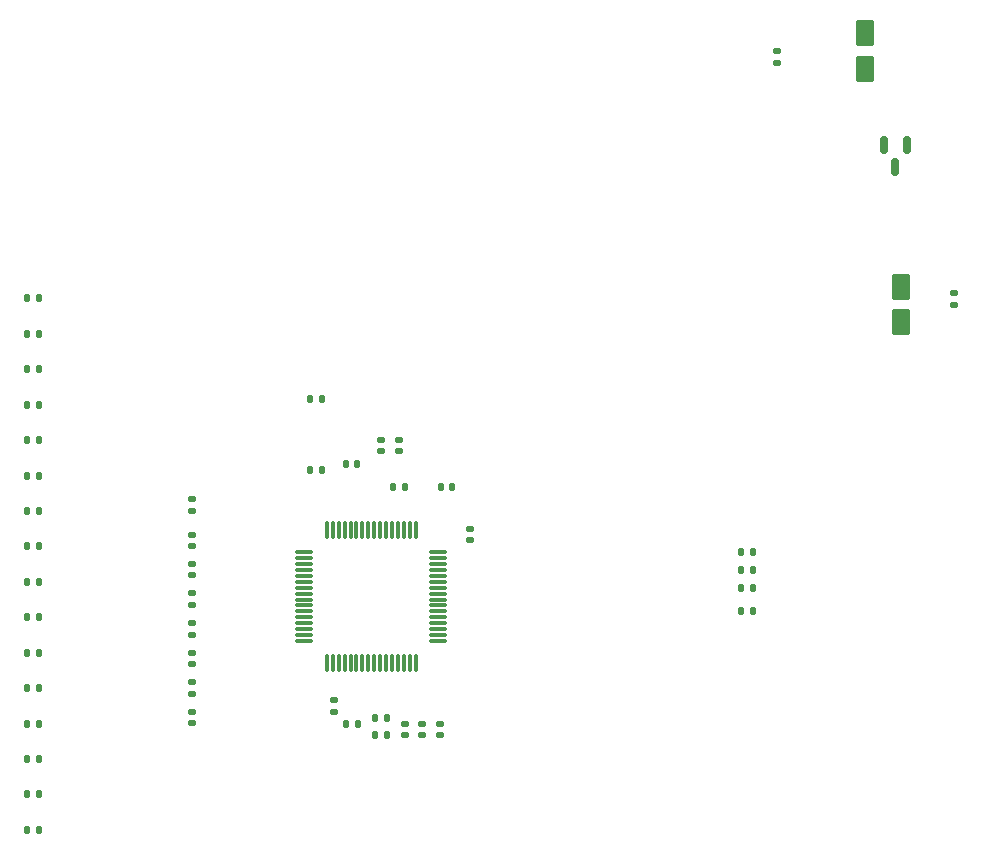
<source format=gbr>
%TF.GenerationSoftware,KiCad,Pcbnew,9.0.3*%
%TF.CreationDate,2025-11-05T19:32:31+02:00*%
%TF.ProjectId,PCB_Design,5043425f-4465-4736-9967-6e2e6b696361,rev?*%
%TF.SameCoordinates,Original*%
%TF.FileFunction,Paste,Top*%
%TF.FilePolarity,Positive*%
%FSLAX46Y46*%
G04 Gerber Fmt 4.6, Leading zero omitted, Abs format (unit mm)*
G04 Created by KiCad (PCBNEW 9.0.3) date 2025-11-05 19:32:31*
%MOMM*%
%LPD*%
G01*
G04 APERTURE LIST*
G04 Aperture macros list*
%AMRoundRect*
0 Rectangle with rounded corners*
0 $1 Rounding radius*
0 $2 $3 $4 $5 $6 $7 $8 $9 X,Y pos of 4 corners*
0 Add a 4 corners polygon primitive as box body*
4,1,4,$2,$3,$4,$5,$6,$7,$8,$9,$2,$3,0*
0 Add four circle primitives for the rounded corners*
1,1,$1+$1,$2,$3*
1,1,$1+$1,$4,$5*
1,1,$1+$1,$6,$7*
1,1,$1+$1,$8,$9*
0 Add four rect primitives between the rounded corners*
20,1,$1+$1,$2,$3,$4,$5,0*
20,1,$1+$1,$4,$5,$6,$7,0*
20,1,$1+$1,$6,$7,$8,$9,0*
20,1,$1+$1,$8,$9,$2,$3,0*%
G04 Aperture macros list end*
%ADD10RoundRect,0.135000X0.135000X0.185000X-0.135000X0.185000X-0.135000X-0.185000X0.135000X-0.185000X0*%
%ADD11RoundRect,0.140000X-0.140000X-0.170000X0.140000X-0.170000X0.140000X0.170000X-0.140000X0.170000X0*%
%ADD12RoundRect,0.135000X-0.135000X-0.185000X0.135000X-0.185000X0.135000X0.185000X-0.135000X0.185000X0*%
%ADD13RoundRect,0.140000X0.170000X-0.140000X0.170000X0.140000X-0.170000X0.140000X-0.170000X-0.140000X0*%
%ADD14RoundRect,0.140000X0.140000X0.170000X-0.140000X0.170000X-0.140000X-0.170000X0.140000X-0.170000X0*%
%ADD15RoundRect,0.140000X-0.170000X0.140000X-0.170000X-0.140000X0.170000X-0.140000X0.170000X0.140000X0*%
%ADD16RoundRect,0.150000X-0.150000X0.587500X-0.150000X-0.587500X0.150000X-0.587500X0.150000X0.587500X0*%
%ADD17RoundRect,0.135000X-0.185000X0.135000X-0.185000X-0.135000X0.185000X-0.135000X0.185000X0.135000X0*%
%ADD18RoundRect,0.250000X0.550000X-0.850000X0.550000X0.850000X-0.550000X0.850000X-0.550000X-0.850000X0*%
%ADD19RoundRect,0.075000X-0.662500X-0.075000X0.662500X-0.075000X0.662500X0.075000X-0.662500X0.075000X0*%
%ADD20RoundRect,0.075000X-0.075000X-0.662500X0.075000X-0.662500X0.075000X0.662500X-0.075000X0.662500X0*%
G04 APERTURE END LIST*
D10*
%TO.C,R5*%
X110510000Y-130500000D03*
X109490000Y-130500000D03*
%TD*%
D11*
%TO.C,C15*%
X112520000Y-130000000D03*
X113480000Y-130000000D03*
%TD*%
D12*
%TO.C,R14*%
X85500000Y-140000000D03*
X86520000Y-140000000D03*
%TD*%
D13*
%TO.C,C22*%
X99500000Y-133960000D03*
X99500000Y-133000000D03*
%TD*%
D12*
%TO.C,R22*%
X85490000Y-125000000D03*
X86510000Y-125000000D03*
%TD*%
D14*
%TO.C,C13*%
X115980000Y-153000000D03*
X115020000Y-153000000D03*
%TD*%
D13*
%TO.C,C10*%
X117500000Y-152960000D03*
X117500000Y-152000000D03*
%TD*%
D15*
%TO.C,C1*%
X99500000Y-151000000D03*
X99500000Y-151960000D03*
%TD*%
D16*
%TO.C,Q2*%
X160000000Y-103040000D03*
X158100000Y-103040000D03*
X159050000Y-104915000D03*
%TD*%
D12*
%TO.C,R12*%
X85490000Y-146000000D03*
X86510000Y-146000000D03*
%TD*%
D14*
%TO.C,C5*%
X113500000Y-152000000D03*
X112540000Y-152000000D03*
%TD*%
D12*
%TO.C,R3*%
X146000000Y-142500000D03*
X147020000Y-142500000D03*
%TD*%
D13*
%TO.C,C4*%
X99500000Y-146960000D03*
X99500000Y-146000000D03*
%TD*%
D17*
%TO.C,R7*%
X164000000Y-115520000D03*
X164000000Y-116540000D03*
%TD*%
D12*
%TO.C,R1*%
X145970000Y-137500000D03*
X146990000Y-137500000D03*
%TD*%
D13*
%TO.C,C20*%
X99500000Y-139440000D03*
X99500000Y-138480000D03*
%TD*%
%TO.C,C19*%
X99500000Y-141940000D03*
X99500000Y-140980000D03*
%TD*%
D14*
%TO.C,C16*%
X121500000Y-132000000D03*
X120540000Y-132000000D03*
%TD*%
D17*
%TO.C,R6*%
X149000000Y-95040000D03*
X149000000Y-96060000D03*
%TD*%
D12*
%TO.C,R13*%
X85490000Y-149000000D03*
X86510000Y-149000000D03*
%TD*%
%TO.C,R4*%
X145980000Y-139000000D03*
X147000000Y-139000000D03*
%TD*%
D18*
%TO.C,C17*%
X156500000Y-96540000D03*
X156500000Y-93540000D03*
%TD*%
D13*
%TO.C,C7*%
X119000000Y-152960000D03*
X119000000Y-152000000D03*
%TD*%
D18*
%TO.C,C18*%
X159500000Y-118040000D03*
X159500000Y-115040000D03*
%TD*%
D13*
%TO.C,C8*%
X120500000Y-152960000D03*
X120500000Y-152000000D03*
%TD*%
%TO.C,C21*%
X99500000Y-136980000D03*
X99500000Y-136020000D03*
%TD*%
D12*
%TO.C,R18*%
X85490000Y-122000000D03*
X86510000Y-122000000D03*
%TD*%
D15*
%TO.C,C4*%
X123000000Y-135520000D03*
X123000000Y-136480000D03*
%TD*%
D12*
%TO.C,R20*%
X85490000Y-137000000D03*
X86510000Y-137000000D03*
%TD*%
D13*
%TO.C,C2*%
X99500000Y-149460000D03*
X99500000Y-148500000D03*
%TD*%
D12*
%TO.C,R17*%
X85480000Y-128000000D03*
X86500000Y-128000000D03*
%TD*%
D15*
%TO.C,C9*%
X115500000Y-128000000D03*
X115500000Y-128960000D03*
%TD*%
%TO.C,C3*%
X111500000Y-150020000D03*
X111500000Y-150980000D03*
%TD*%
D12*
%TO.C,R16*%
X85490000Y-134000000D03*
X86510000Y-134000000D03*
%TD*%
D11*
%TO.C,C2*%
X116540000Y-132000000D03*
X117500000Y-132000000D03*
%TD*%
D12*
%TO.C,R11*%
X85480000Y-155000000D03*
X86500000Y-155000000D03*
%TD*%
D19*
%TO.C,U1*%
X109000000Y-137500000D03*
X109000000Y-138000000D03*
X109000000Y-138500000D03*
X109000000Y-139000000D03*
X109000000Y-139500000D03*
X109000000Y-140000000D03*
X109000000Y-140500000D03*
X109000000Y-141000000D03*
X109000000Y-141500000D03*
X109000000Y-142000000D03*
X109000000Y-142500000D03*
X109000000Y-143000000D03*
X109000000Y-143500000D03*
X109000000Y-144000000D03*
X109000000Y-144500000D03*
X109000000Y-145000000D03*
D20*
X110912500Y-146912500D03*
X111412500Y-146912500D03*
X111912500Y-146912500D03*
X112412500Y-146912500D03*
X112912500Y-146912500D03*
X113412500Y-146912500D03*
X113912500Y-146912500D03*
X114412500Y-146912500D03*
X114912500Y-146912500D03*
X115412500Y-146912500D03*
X115912500Y-146912500D03*
X116412500Y-146912500D03*
X116912500Y-146912500D03*
X117412500Y-146912500D03*
X117912500Y-146912500D03*
X118412500Y-146912500D03*
D19*
X120325000Y-145000000D03*
X120325000Y-144500000D03*
X120325000Y-144000000D03*
X120325000Y-143500000D03*
X120325000Y-143000000D03*
X120325000Y-142500000D03*
X120325000Y-142000000D03*
X120325000Y-141500000D03*
X120325000Y-141000000D03*
X120325000Y-140500000D03*
X120325000Y-140000000D03*
X120325000Y-139500000D03*
X120325000Y-139000000D03*
X120325000Y-138500000D03*
X120325000Y-138000000D03*
X120325000Y-137500000D03*
D20*
X118412500Y-135587500D03*
X117912500Y-135587500D03*
X117412500Y-135587500D03*
X116912500Y-135587500D03*
X116412500Y-135587500D03*
X115912500Y-135587500D03*
X115412500Y-135587500D03*
X114912500Y-135587500D03*
X114412500Y-135587500D03*
X113912500Y-135587500D03*
X113412500Y-135587500D03*
X112912500Y-135587500D03*
X112412500Y-135587500D03*
X111912500Y-135587500D03*
X111412500Y-135587500D03*
X110912500Y-135587500D03*
%TD*%
D12*
%TO.C,R8*%
X85490000Y-161000000D03*
X86510000Y-161000000D03*
%TD*%
%TO.C,R10*%
X85500000Y-152000000D03*
X86520000Y-152000000D03*
%TD*%
D11*
%TO.C,C14*%
X115020000Y-151500000D03*
X115980000Y-151500000D03*
%TD*%
D12*
%TO.C,R21*%
X85490000Y-131000000D03*
X86510000Y-131000000D03*
%TD*%
D13*
%TO.C,C11*%
X117000000Y-128960000D03*
X117000000Y-128000000D03*
%TD*%
D14*
%TO.C,C12*%
X110480000Y-124500000D03*
X109520000Y-124500000D03*
%TD*%
D13*
%TO.C,C15*%
X99500000Y-144460000D03*
X99500000Y-143500000D03*
%TD*%
D12*
%TO.C,R2*%
X145990000Y-140500000D03*
X147010000Y-140500000D03*
%TD*%
%TO.C,R15*%
X85500000Y-143000000D03*
X86520000Y-143000000D03*
%TD*%
%TO.C,R23*%
X85490000Y-119000000D03*
X86510000Y-119000000D03*
%TD*%
%TO.C,R19*%
X85480000Y-116000000D03*
X86500000Y-116000000D03*
%TD*%
%TO.C,R9*%
X85510000Y-158000000D03*
X86530000Y-158000000D03*
%TD*%
M02*

</source>
